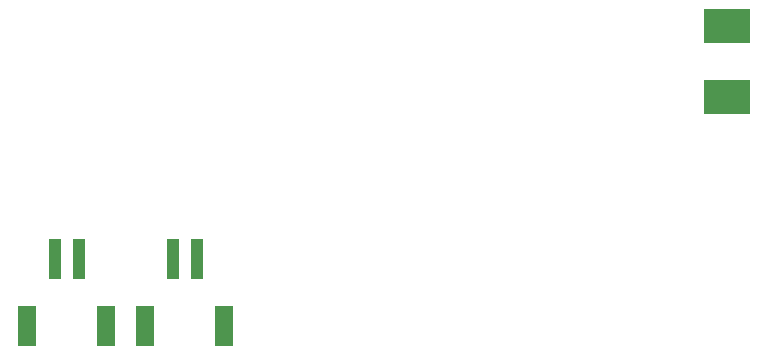
<source format=gbp>
G04 #@! TF.GenerationSoftware,KiCad,Pcbnew,5.1.10-88a1d61d58~90~ubuntu20.04.1*
G04 #@! TF.CreationDate,2021-08-09T16:52:55-07:00*
G04 #@! TF.ProjectId,PatchV3,50617463-6856-4332-9e6b-696361645f70,rev?*
G04 #@! TF.SameCoordinates,Original*
G04 #@! TF.FileFunction,Paste,Bot*
G04 #@! TF.FilePolarity,Positive*
%FSLAX46Y46*%
G04 Gerber Fmt 4.6, Leading zero omitted, Abs format (unit mm)*
G04 Created by KiCad (PCBNEW 5.1.10-88a1d61d58~90~ubuntu20.04.1) date 2021-08-09 16:52:55*
%MOMM*%
%LPD*%
G01*
G04 APERTURE LIST*
%ADD10R,4.000000X3.000000*%
%ADD11R,1.000001X3.500001*%
%ADD12R,1.500000X3.400001*%
G04 APERTURE END LIST*
D10*
X127879000Y-78692000D03*
X127879000Y-72692000D03*
D11*
X83000001Y-92349999D03*
X80999999Y-92349999D03*
D12*
X85350001Y-98100000D03*
X78649999Y-98100000D03*
D11*
X73000001Y-92349999D03*
X70999999Y-92349999D03*
D12*
X75350001Y-98100000D03*
X68649999Y-98100000D03*
M02*

</source>
